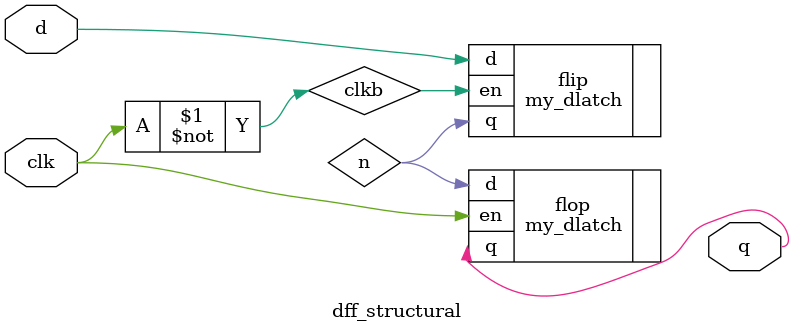
<source format=v>
module dff_structural (
	input		clk,
	input		d,
	output	q
	);
	
	wire	n;
	wire	clkb = ~clk;
	
	my_dlatch flip (
		.d		(d),
		.en	(clkb),
		.q		(n)
	);
	
	my_dlatch flop (
		.d		(n),
		.en	(clk),
		.q		(q)
	);
	
endmodule

</source>
